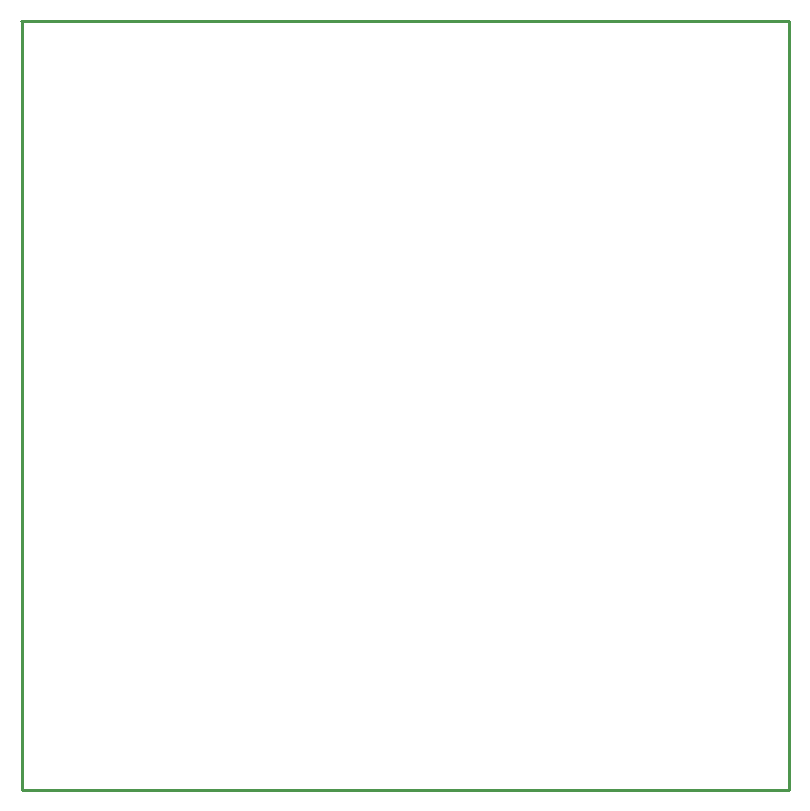
<source format=gko>
%FSAX25Y25*%
%MOIN*%
G70*
G01*
G75*
G04 Layer_Color=32768*
%ADD10R,0.02756X0.03543*%
%ADD11R,0.08661X0.07874*%
%ADD12R,0.03543X0.02756*%
%ADD13R,0.08071X0.07480*%
%ADD14R,0.07284X0.04921*%
%ADD15R,0.11417X0.06102*%
G04:AMPARAMS|DCode=16|XSize=50mil|YSize=100mil|CornerRadius=6.25mil|HoleSize=0mil|Usage=FLASHONLY|Rotation=0.000|XOffset=0mil|YOffset=0mil|HoleType=Round|Shape=RoundedRectangle|*
%AMROUNDEDRECTD16*
21,1,0.05000,0.08750,0,0,0.0*
21,1,0.03750,0.10000,0,0,0.0*
1,1,0.01250,0.01875,-0.04375*
1,1,0.01250,-0.01875,-0.04375*
1,1,0.01250,-0.01875,0.04375*
1,1,0.01250,0.01875,0.04375*
%
%ADD16ROUNDEDRECTD16*%
%ADD17R,0.05118X0.04331*%
%ADD18R,0.04331X0.05118*%
%ADD19R,0.03937X0.09449*%
%ADD20R,0.12992X0.09449*%
%ADD21R,0.08268X0.12598*%
%ADD22R,0.08268X0.03543*%
%ADD23O,0.02756X0.10827*%
%ADD24R,0.05906X0.11811*%
%ADD25C,0.04000*%
%ADD26C,0.02000*%
%ADD27C,0.10000*%
%ADD28C,0.01500*%
%ADD29C,0.03500*%
%ADD30C,0.07087*%
%ADD31R,0.06394X0.06394*%
%ADD32C,0.05906*%
%ADD33R,0.05906X0.05906*%
%ADD34R,0.06394X0.06394*%
%ADD35O,0.07874X0.25590*%
G04:AMPARAMS|DCode=36|XSize=157.48mil|YSize=118.11mil|CornerRadius=29.53mil|HoleSize=0mil|Usage=FLASHONLY|Rotation=180.000|XOffset=0mil|YOffset=0mil|HoleType=Round|Shape=RoundedRectangle|*
%AMROUNDEDRECTD36*
21,1,0.15748,0.05906,0,0,180.0*
21,1,0.09843,0.11811,0,0,180.0*
1,1,0.05906,-0.04921,0.02953*
1,1,0.05906,0.04921,0.02953*
1,1,0.05906,0.04921,-0.02953*
1,1,0.05906,-0.04921,-0.02953*
%
%ADD36ROUNDEDRECTD36*%
%ADD37O,0.07874X0.19685*%
%ADD38O,0.21260X0.09843*%
G04:AMPARAMS|DCode=39|XSize=236.22mil|YSize=98.43mil|CornerRadius=24.61mil|HoleSize=0mil|Usage=FLASHONLY|Rotation=180.000|XOffset=0mil|YOffset=0mil|HoleType=Round|Shape=RoundedRectangle|*
%AMROUNDEDRECTD39*
21,1,0.23622,0.04921,0,0,180.0*
21,1,0.18701,0.09843,0,0,180.0*
1,1,0.04921,-0.09350,0.02461*
1,1,0.04921,0.09350,0.02461*
1,1,0.04921,0.09350,-0.02461*
1,1,0.04921,-0.09350,-0.02461*
%
%ADD39ROUNDEDRECTD39*%
%ADD40C,0.16000*%
%ADD41C,0.24410*%
%ADD42C,0.04000*%
%ADD43C,0.05000*%
%ADD44C,0.03200*%
G04:AMPARAMS|DCode=45|XSize=50mil|YSize=100mil|CornerRadius=6.25mil|HoleSize=0mil|Usage=FLASHONLY|Rotation=90.000|XOffset=0mil|YOffset=0mil|HoleType=Round|Shape=RoundedRectangle|*
%AMROUNDEDRECTD45*
21,1,0.05000,0.08750,0,0,90.0*
21,1,0.03750,0.10000,0,0,90.0*
1,1,0.01250,0.04375,0.01875*
1,1,0.01250,0.04375,-0.01875*
1,1,0.01250,-0.04375,-0.01875*
1,1,0.01250,-0.04375,0.01875*
%
%ADD45ROUNDEDRECTD45*%
%ADD46C,0.00787*%
%ADD47C,0.00984*%
%ADD48C,0.01000*%
%ADD49C,0.00500*%
%ADD50C,0.01200*%
%ADD51C,0.00800*%
%ADD52R,0.07284X0.02165*%
G04:AMPARAMS|DCode=53|XSize=118mil|YSize=108mil|CornerRadius=13.5mil|HoleSize=0mil|Usage=FLASHONLY|Rotation=0.000|XOffset=0mil|YOffset=0mil|HoleType=Round|Shape=RoundedRectangle|*
%AMROUNDEDRECTD53*
21,1,0.11800,0.08100,0,0,0.0*
21,1,0.09100,0.10800,0,0,0.0*
1,1,0.02700,0.04550,-0.04050*
1,1,0.02700,-0.04550,-0.04050*
1,1,0.02700,-0.04550,0.04050*
1,1,0.02700,0.04550,0.04050*
%
%ADD53ROUNDEDRECTD53*%
%ADD54R,0.03556X0.04343*%
%ADD55R,0.09461X0.08674*%
%ADD56R,0.04343X0.03556*%
%ADD57R,0.08871X0.08280*%
%ADD58R,0.08083X0.05721*%
%ADD59R,0.12217X0.06902*%
G04:AMPARAMS|DCode=60|XSize=58mil|YSize=108mil|CornerRadius=10.25mil|HoleSize=0mil|Usage=FLASHONLY|Rotation=0.000|XOffset=0mil|YOffset=0mil|HoleType=Round|Shape=RoundedRectangle|*
%AMROUNDEDRECTD60*
21,1,0.05800,0.08750,0,0,0.0*
21,1,0.03750,0.10800,0,0,0.0*
1,1,0.02050,0.01875,-0.04375*
1,1,0.02050,-0.01875,-0.04375*
1,1,0.02050,-0.01875,0.04375*
1,1,0.02050,0.01875,0.04375*
%
%ADD60ROUNDEDRECTD60*%
%ADD61R,0.05918X0.05131*%
%ADD62R,0.05131X0.05918*%
%ADD63R,0.04737X0.10249*%
%ADD64R,0.13792X0.10249*%
%ADD65R,0.09068X0.13398*%
%ADD66R,0.09068X0.04343*%
%ADD67O,0.03556X0.11627*%
%ADD68R,0.06706X0.12611*%
%ADD69C,0.07887*%
%ADD70R,0.07194X0.07194*%
%ADD71C,0.06706*%
%ADD72R,0.06706X0.06706*%
%ADD73R,0.07194X0.07194*%
%ADD74O,0.08674X0.26391*%
G04:AMPARAMS|DCode=75|XSize=165.48mil|YSize=126.11mil|CornerRadius=33.53mil|HoleSize=0mil|Usage=FLASHONLY|Rotation=180.000|XOffset=0mil|YOffset=0mil|HoleType=Round|Shape=RoundedRectangle|*
%AMROUNDEDRECTD75*
21,1,0.16548,0.05906,0,0,180.0*
21,1,0.09843,0.12611,0,0,180.0*
1,1,0.06706,-0.04921,0.02953*
1,1,0.06706,0.04921,0.02953*
1,1,0.06706,0.04921,-0.02953*
1,1,0.06706,-0.04921,-0.02953*
%
%ADD75ROUNDEDRECTD75*%
%ADD76O,0.08674X0.20485*%
%ADD77O,0.22060X0.10642*%
G04:AMPARAMS|DCode=78|XSize=244.22mil|YSize=106.42mil|CornerRadius=28.61mil|HoleSize=0mil|Usage=FLASHONLY|Rotation=180.000|XOffset=0mil|YOffset=0mil|HoleType=Round|Shape=RoundedRectangle|*
%AMROUNDEDRECTD78*
21,1,0.24422,0.04921,0,0,180.0*
21,1,0.18701,0.10642,0,0,180.0*
1,1,0.05721,-0.09350,0.02461*
1,1,0.05721,0.09350,0.02461*
1,1,0.05721,0.09350,-0.02461*
1,1,0.05721,-0.09350,-0.02461*
%
%ADD78ROUNDEDRECTD78*%
G04:AMPARAMS|DCode=79|XSize=118mil|YSize=108mil|CornerRadius=13.5mil|HoleSize=0mil|Usage=FLASHONLY|Rotation=90.000|XOffset=0mil|YOffset=0mil|HoleType=Round|Shape=RoundedRectangle|*
%AMROUNDEDRECTD79*
21,1,0.11800,0.08100,0,0,90.0*
21,1,0.09100,0.10800,0,0,90.0*
1,1,0.02700,0.04050,0.04550*
1,1,0.02700,0.04050,-0.04550*
1,1,0.02700,-0.04050,-0.04550*
1,1,0.02700,-0.04050,0.04550*
%
%ADD79ROUNDEDRECTD79*%
G04:AMPARAMS|DCode=80|XSize=58mil|YSize=108mil|CornerRadius=10.25mil|HoleSize=0mil|Usage=FLASHONLY|Rotation=90.000|XOffset=0mil|YOffset=0mil|HoleType=Round|Shape=RoundedRectangle|*
%AMROUNDEDRECTD80*
21,1,0.05800,0.08750,0,0,90.0*
21,1,0.03750,0.10800,0,0,90.0*
1,1,0.02050,0.04375,0.01875*
1,1,0.02050,0.04375,-0.01875*
1,1,0.02050,-0.04375,-0.01875*
1,1,0.02050,-0.04375,0.01875*
%
%ADD80ROUNDEDRECTD80*%
D48*
X0085283Y0487500D02*
X0341500D01*
Y0231000D02*
Y0487500D01*
X0085783Y0231000D02*
X0341500D01*
X0085783D02*
Y0486920D01*
X0086362Y0487500D01*
M02*

</source>
